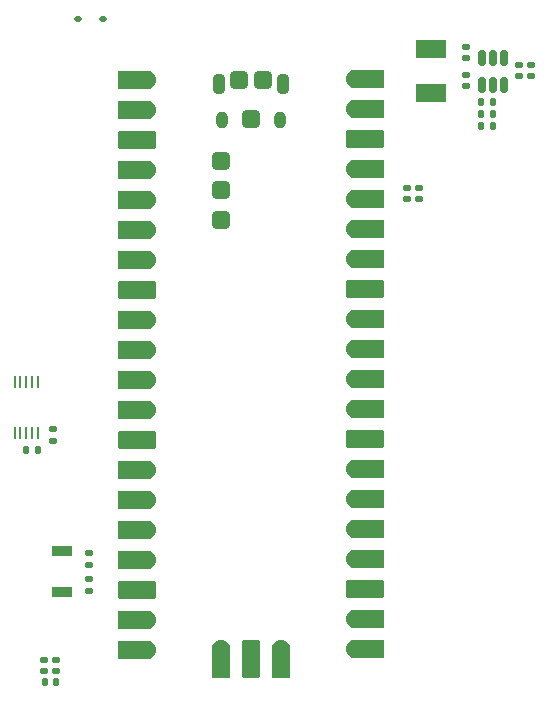
<source format=gbr>
%TF.GenerationSoftware,KiCad,Pcbnew,(7.0.0)*%
%TF.CreationDate,2023-07-11T13:45:39+03:00*%
%TF.ProjectId,Pico_Baseboard,5069636f-5f42-4617-9365-626f6172642e,rev?*%
%TF.SameCoordinates,Original*%
%TF.FileFunction,Paste,Top*%
%TF.FilePolarity,Positive*%
%FSLAX46Y46*%
G04 Gerber Fmt 4.6, Leading zero omitted, Abs format (unit mm)*
G04 Created by KiCad (PCBNEW (7.0.0)) date 2023-07-11 13:45:39*
%MOMM*%
%LPD*%
G01*
G04 APERTURE LIST*
G04 Aperture macros list*
%AMRoundRect*
0 Rectangle with rounded corners*
0 $1 Rounding radius*
0 $2 $3 $4 $5 $6 $7 $8 $9 X,Y pos of 4 corners*
0 Add a 4 corners polygon primitive as box body*
4,1,4,$2,$3,$4,$5,$6,$7,$8,$9,$2,$3,0*
0 Add four circle primitives for the rounded corners*
1,1,$1+$1,$2,$3*
1,1,$1+$1,$4,$5*
1,1,$1+$1,$6,$7*
1,1,$1+$1,$8,$9*
0 Add four rect primitives between the rounded corners*
20,1,$1+$1,$2,$3,$4,$5,0*
20,1,$1+$1,$4,$5,$6,$7,0*
20,1,$1+$1,$6,$7,$8,$9,0*
20,1,$1+$1,$8,$9,$2,$3,0*%
%AMFreePoly0*
4,1,18,-1.600000,0.800000,0.800000,0.800000,0.978017,0.779942,1.147107,0.720775,1.298792,0.625465,1.425465,0.498792,1.520775,0.347107,1.579942,0.178017,1.600000,0.000000,1.579942,-0.178017,1.520775,-0.347107,1.425465,-0.498792,1.298792,-0.625465,1.147107,-0.720775,0.978017,-0.779942,0.800000,-0.800000,-1.600000,-0.800000,-1.600000,0.800000,-1.600000,0.800000,$1*%
G04 Aperture macros list end*
%ADD10RoundRect,0.140000X0.170000X-0.140000X0.170000X0.140000X-0.170000X0.140000X-0.170000X-0.140000X0*%
%ADD11RoundRect,0.150000X0.150000X-0.512500X0.150000X0.512500X-0.150000X0.512500X-0.150000X-0.512500X0*%
%ADD12RoundRect,0.135000X-0.135000X-0.185000X0.135000X-0.185000X0.135000X0.185000X-0.135000X0.185000X0*%
%ADD13RoundRect,0.112500X0.187500X0.112500X-0.187500X0.112500X-0.187500X-0.112500X0.187500X-0.112500X0*%
%ADD14R,0.250000X1.100000*%
%ADD15RoundRect,0.140000X-0.140000X-0.170000X0.140000X-0.170000X0.140000X0.170000X-0.140000X0.170000X0*%
%ADD16R,2.500000X1.500000*%
%ADD17RoundRect,0.140000X-0.170000X0.140000X-0.170000X-0.140000X0.170000X-0.140000X0.170000X0.140000X0*%
%ADD18RoundRect,0.147500X0.147500X0.172500X-0.147500X0.172500X-0.147500X-0.172500X0.147500X-0.172500X0*%
%ADD19RoundRect,0.135000X0.185000X-0.135000X0.185000X0.135000X-0.185000X0.135000X-0.185000X-0.135000X0*%
%ADD20R,1.700000X0.900000*%
%ADD21RoundRect,0.135000X-0.185000X0.135000X-0.185000X-0.135000X0.185000X-0.135000X0.185000X0.135000X0*%
%ADD22FreePoly0,0.000000*%
%ADD23RoundRect,0.200000X-1.400000X-0.600000X1.400000X-0.600000X1.400000X0.600000X-1.400000X0.600000X0*%
%ADD24FreePoly0,180.000000*%
%ADD25RoundRect,0.200000X1.400000X0.600000X-1.400000X0.600000X-1.400000X-0.600000X1.400000X-0.600000X0*%
%ADD26RoundRect,0.550000X0.000000X0.350000X0.000000X0.350000X0.000000X-0.350000X0.000000X-0.350000X0*%
%ADD27RoundRect,0.525000X0.000000X0.200000X0.000000X0.200000X0.000000X-0.200000X0.000000X-0.200000X0*%
%ADD28FreePoly0,90.000000*%
%ADD29RoundRect,0.200000X0.600000X-1.400000X0.600000X1.400000X-0.600000X1.400000X-0.600000X-1.400000X0*%
%ADD30RoundRect,0.300000X0.450000X0.450000X-0.450000X0.450000X-0.450000X-0.450000X0.450000X-0.450000X0*%
G04 APERTURE END LIST*
D10*
%TO.C,C303*%
X162814000Y-69596000D03*
X162814000Y-68636000D03*
%TD*%
D11*
%TO.C,U201*%
X168084000Y-59910500D03*
X169034000Y-59910500D03*
X169984000Y-59910500D03*
X169984000Y-57635500D03*
X169034000Y-57635500D03*
X168084000Y-57635500D03*
%TD*%
D12*
%TO.C,R302*%
X129538000Y-90796000D03*
X130558000Y-90796000D03*
%TD*%
D10*
%TO.C,C204*%
X166748000Y-60015000D03*
X166748000Y-59055000D03*
%TD*%
D13*
%TO.C,D101*%
X136051000Y-54356000D03*
X133951000Y-54356000D03*
%TD*%
D14*
%TO.C,U302*%
X130539999Y-85089999D03*
X130039999Y-85089999D03*
X129539999Y-85089999D03*
X129039999Y-85089999D03*
X128539999Y-85089999D03*
X128539999Y-89389999D03*
X129039999Y-89389999D03*
X129539999Y-89389999D03*
X130039999Y-89389999D03*
X130539999Y-89389999D03*
%TD*%
D10*
%TO.C,C301*%
X161762000Y-69596000D03*
X161762000Y-68636000D03*
%TD*%
D15*
%TO.C,C302*%
X168049000Y-62357000D03*
X169009000Y-62357000D03*
%TD*%
%TO.C,C205*%
X168049000Y-61341000D03*
X169009000Y-61341000D03*
%TD*%
D16*
%TO.C,L201*%
X163826999Y-56850999D03*
X163826999Y-60550999D03*
%TD*%
D10*
%TO.C,C305*%
X132080000Y-109545000D03*
X132080000Y-108585000D03*
%TD*%
D17*
%TO.C,C203*%
X166748000Y-56670000D03*
X166748000Y-57630000D03*
%TD*%
D15*
%TO.C,C304*%
X168049000Y-63373000D03*
X169009000Y-63373000D03*
%TD*%
D10*
%TO.C,C202*%
X171254000Y-59133000D03*
X171254000Y-58173000D03*
%TD*%
%TO.C,C306*%
X131064000Y-109545000D03*
X131064000Y-108585000D03*
%TD*%
%TO.C,C307*%
X134874000Y-100528000D03*
X134874000Y-99568000D03*
%TD*%
D18*
%TO.C,FB301*%
X132057000Y-110490000D03*
X131087000Y-110490000D03*
%TD*%
D19*
%TO.C,R303*%
X134874000Y-102750000D03*
X134874000Y-101730000D03*
%TD*%
D20*
%TO.C,SW301*%
X132587999Y-102791999D03*
X132587999Y-99391999D03*
%TD*%
D10*
%TO.C,C201*%
X172270000Y-59133000D03*
X172270000Y-58173000D03*
%TD*%
D21*
%TO.C,R301*%
X131826000Y-89016000D03*
X131826000Y-90036000D03*
%TD*%
D22*
%TO.C,U301*%
X138871999Y-59445999D03*
X138871999Y-61985999D03*
D23*
X138872000Y-64526000D03*
D22*
X138871999Y-67065999D03*
X138871999Y-69605999D03*
X138871999Y-72145999D03*
X138871999Y-74685999D03*
D23*
X138872000Y-77226000D03*
D22*
X138871999Y-79765999D03*
X138871999Y-82305999D03*
X138871999Y-84845999D03*
X138871999Y-87385999D03*
D23*
X138872000Y-89926000D03*
D22*
X138871999Y-92465999D03*
X138871999Y-95005999D03*
X138871999Y-97545999D03*
X138871999Y-100085999D03*
D23*
X138872000Y-102626000D03*
D22*
X138871999Y-105165999D03*
X138871999Y-107705999D03*
D24*
X158241999Y-107695999D03*
X158241999Y-105155999D03*
D25*
X158242000Y-102616000D03*
D24*
X158241999Y-100075999D03*
X158241999Y-97535999D03*
X158241999Y-94995999D03*
X158241999Y-92455999D03*
D25*
X158242000Y-89916000D03*
D24*
X158241999Y-87375999D03*
X158241999Y-84835999D03*
X158241999Y-82295999D03*
X158241999Y-79755999D03*
D25*
X158242000Y-77216000D03*
D24*
X158241999Y-74675999D03*
X158241999Y-72135999D03*
X158241999Y-69595999D03*
X158241999Y-67055999D03*
D25*
X158242000Y-64516000D03*
D24*
X158241999Y-61975999D03*
X158241999Y-59435999D03*
D26*
X145837000Y-59806000D03*
X151287000Y-59806000D03*
D27*
X146137000Y-62836000D03*
X150987000Y-62836000D03*
D28*
X146031999Y-108507999D03*
D29*
X148572000Y-108508000D03*
D28*
X151111999Y-108507999D03*
D30*
X148562000Y-62806000D03*
X149562000Y-59506000D03*
X147562000Y-59506000D03*
X146062000Y-66306000D03*
X146062000Y-68806000D03*
X146062000Y-71306000D03*
%TD*%
M02*

</source>
